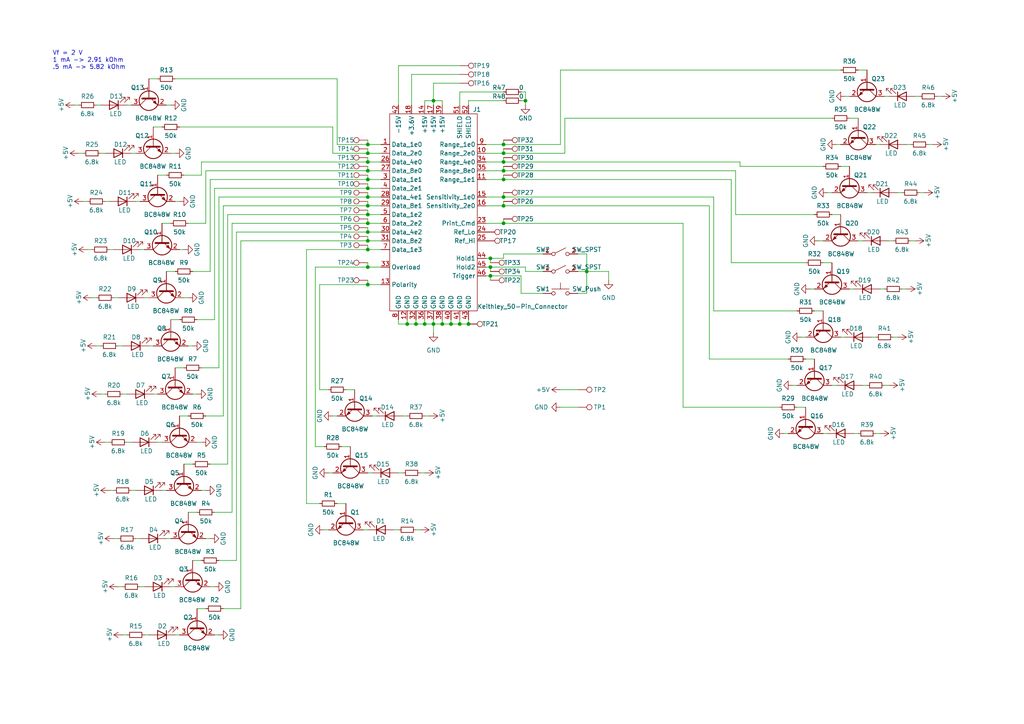
<source format=kicad_sch>
(kicad_sch (version 20211123) (generator eeschema)
  (paper "A4")
  (title_block (title "Keithley 615 50-Pin Test Board") (date "2023-01-21") (rev "1.1") (company "Peter Farley") (comment 1 "Rev 1.0: Initial revision") (comment 2 "Rev 1.1: Update connector footprint"))
  (junction (at 146.05 57.15))
  (junction (at 146.05 41.91))
  (junction (at 106.68 77.47))
  (junction (at 120.65 93.98))
  (junction (at 170.18 78.74))
  (junction (at 106.68 57.15))
  (junction (at 146.05 59.69))
  (junction (at 106.68 41.91))
  (junction (at 106.68 82.55))
  (junction (at 106.68 46.99))
  (junction (at 130.81 93.98))
  (junction (at 106.68 49.53))
  (junction (at 106.68 59.69))
  (junction (at 146.05 52.07))
  (junction (at 146.05 44.45))
  (junction (at 152.4 29.21))
  (junction (at 142.24 80.01))
  (junction (at 125.73 93.98))
  (junction (at 146.05 46.99))
  (junction (at 106.68 54.61))
  (junction (at 123.19 93.98))
  (junction (at 106.68 44.45))
  (junction (at 128.27 93.98))
  (junction (at 142.24 77.47))
  (junction (at 106.68 72.39))
  (junction (at 106.68 64.77))
  (junction (at 118.11 93.98))
  (junction (at 135.89 93.98))
  (junction (at 106.68 67.31))
  (junction (at 106.68 52.07))
  (junction (at 146.05 49.53))
  (junction (at 142.24 74.93))
  (junction (at 106.68 69.85))
  (junction (at 125.73 29.21))
  (junction (at 146.05 64.77))
  (junction (at 106.68 62.23))
  (junction (at 133.35 93.98))
  (wire (pts (xy 257.81 27.94) (xy 256.54 27.94)))
  (wire (pts (xy 146.05 49.53) (xy 140.97 49.53)))
  (wire (pts (xy 270.51 41.91) (xy 269.24 41.91)))
  (wire (pts (xy 167.64 78.74) (xy 170.18 78.74)))
  (wire (pts (xy 57.15 128.27) (xy 58.42 128.27)))
  (wire (pts (xy 236.22 104.14) (xy 233.68 104.14)))
  (wire (pts (xy 118.11 92.71) (xy 118.11 93.98)))
  (wire (pts (xy 146.05 74.93) (xy 142.24 74.93)))
  (wire (pts (xy 58.42 46.99) (xy 106.68 46.99)))
  (wire (pts (xy 58.42 106.68) (xy 63.5 106.68)))
  (wire (pts (xy 142.24 80.01) (xy 142.24 81.28)))
  (wire (pts (xy 142.24 77.47) (xy 142.24 78.74)))
  (wire (pts (xy 146.05 48.26) (xy 146.05 49.53)))
  (wire (pts (xy 115.57 93.98) (xy 115.57 92.71)))
  (wire (pts (xy 238.76 69.85) (xy 237.49 69.85)))
  (wire (pts (xy 48.26 30.48) (xy 49.53 30.48)))
  (wire (pts (xy 205.74 104.14) (xy 205.74 59.69)))
  (wire (pts (xy 41.91 184.15) (xy 43.18 184.15)))
  (wire (pts (xy 41.91 86.36) (xy 43.18 86.36)))
  (wire (pts (xy 49.53 170.18) (xy 50.8 170.18)))
  (wire (pts (xy 106.68 62.23) (xy 110.49 62.23)))
  (wire (pts (xy 240.03 125.73) (xy 238.76 125.73)))
  (wire (pts (xy 106.68 67.31) (xy 110.49 67.31)))
  (wire (pts (xy 59.69 120.65) (xy 64.77 120.65)))
  (wire (pts (xy 92.71 113.03) (xy 92.71 82.55)))
  (wire (pts (xy 125.73 29.21) (xy 125.73 30.48)))
  (wire (pts (xy 43.18 100.33) (xy 44.45 100.33)))
  (wire (pts (xy 162.56 113.03) (xy 167.64 113.03)))
  (wire (pts (xy 243.84 41.91) (xy 242.57 41.91)))
  (wire (pts (xy 54.61 148.59) (xy 57.15 148.59)))
  (wire (pts (xy 95.25 153.67) (xy 93.98 153.67)))
  (wire (pts (xy 25.4 72.39) (xy 26.67 72.39)))
  (wire (pts (xy 106.68 53.34) (xy 106.68 54.61)))
  (wire (pts (xy 106.68 55.88) (xy 106.68 57.15)))
  (wire (pts (xy 243.84 20.32) (xy 162.56 20.32)))
  (wire (pts (xy 67.31 64.77) (xy 106.68 64.77)))
  (wire (pts (xy 146.05 50.8) (xy 146.05 52.07)))
  (wire (pts (xy 40.64 72.39) (xy 41.91 72.39)))
  (wire (pts (xy 212.09 76.2) (xy 212.09 52.07)))
  (wire (pts (xy 62.23 184.15) (xy 63.5 184.15)))
  (wire (pts (xy 120.65 92.71) (xy 120.65 93.98)))
  (wire (pts (xy 27.94 100.33) (xy 29.21 100.33)))
  (wire (pts (xy 52.07 72.39) (xy 53.34 72.39)))
  (wire (pts (xy 125.73 24.13) (xy 125.73 29.21)))
  (wire (pts (xy 146.05 41.91) (xy 140.97 41.91)))
  (wire (pts (xy 106.68 54.61) (xy 110.49 54.61)))
  (wire (pts (xy 125.73 92.71) (xy 125.73 93.98)))
  (wire (pts (xy 118.11 93.98) (xy 115.57 93.98)))
  (wire (pts (xy 140.97 46.99) (xy 146.05 46.99)))
  (wire (pts (xy 30.48 58.42) (xy 31.75 58.42)))
  (wire (pts (xy 123.19 92.71) (xy 123.19 93.98)))
  (wire (pts (xy 96.52 36.83) (xy 96.52 44.45)))
  (wire (pts (xy 60.96 170.18) (xy 62.23 170.18)))
  (wire (pts (xy 29.21 44.45) (xy 30.48 44.45)))
  (wire (pts (xy 68.58 67.31) (xy 106.68 67.31)))
  (wire (pts (xy 247.65 83.82) (xy 246.38 83.82)))
  (wire (pts (xy 50.8 106.68) (xy 53.34 106.68)))
  (wire (pts (xy 146.05 46.99) (xy 214.63 46.99)))
  (wire (pts (xy 251.46 111.76) (xy 250.19 111.76)))
  (wire (pts (xy 21.59 30.48) (xy 22.86 30.48)))
  (wire (pts (xy 259.08 69.85) (xy 257.81 69.85)))
  (wire (pts (xy 35.56 184.15) (xy 36.83 184.15)))
  (wire (pts (xy 27.94 30.48) (xy 29.21 30.48)))
  (wire (pts (xy 233.68 76.2) (xy 212.09 76.2)))
  (wire (pts (xy 62.23 92.71) (xy 62.23 54.61)))
  (wire (pts (xy 124.46 120.65) (xy 123.19 120.65)))
  (wire (pts (xy 101.6 129.54) (xy 99.06 129.54)))
  (wire (pts (xy 198.12 64.77) (xy 146.05 64.77)))
  (wire (pts (xy 152.4 77.47) (xy 142.24 77.47)))
  (wire (pts (xy 266.7 27.94) (xy 265.43 27.94)))
  (wire (pts (xy 226.06 118.11) (xy 198.12 118.11)))
  (wire (pts (xy 95.25 113.03) (xy 92.71 113.03)))
  (wire (pts (xy 212.09 52.07) (xy 146.05 52.07)))
  (wire (pts (xy 125.73 29.21) (xy 128.27 29.21)))
  (wire (pts (xy 106.68 41.91) (xy 110.49 41.91)))
  (wire (pts (xy 205.74 59.69) (xy 146.05 59.69)))
  (wire (pts (xy 146.05 44.45) (xy 140.97 44.45)))
  (wire (pts (xy 236.22 83.82) (xy 234.95 83.82)))
  (wire (pts (xy 106.68 72.39) (xy 110.49 72.39)))
  (wire (pts (xy 44.45 36.83) (xy 46.99 36.83)))
  (wire (pts (xy 106.68 46.99) (xy 110.49 46.99)))
  (wire (pts (xy 121.92 153.67) (xy 120.65 153.67)))
  (wire (pts (xy 146.05 52.07) (xy 140.97 52.07)))
  (wire (pts (xy 231.14 111.76) (xy 229.87 111.76)))
  (wire (pts (xy 152.4 29.21) (xy 152.4 30.48)))
  (wire (pts (xy 106.68 153.67) (xy 105.41 153.67)))
  (wire (pts (xy 102.87 113.03) (xy 100.33 113.03)))
  (wire (pts (xy 53.34 134.62) (xy 55.88 134.62)))
  (wire (pts (xy 109.22 120.65) (xy 107.95 120.65)))
  (wire (pts (xy 60.96 78.74) (xy 60.96 52.07)))
  (wire (pts (xy 151.13 85.09) (xy 151.13 80.01)))
  (wire (pts (xy 106.68 60.96) (xy 106.68 62.23)))
  (wire (pts (xy 142.24 74.93) (xy 140.97 74.93)))
  (wire (pts (xy 53.34 86.36) (xy 54.61 86.36)))
  (wire (pts (xy 91.44 129.54) (xy 91.44 77.47)))
  (wire (pts (xy 115.57 19.05) (xy 115.57 30.48)))
  (wire (pts (xy 135.89 30.48) (xy 135.89 29.21)))
  (wire (pts (xy 236.22 62.23) (xy 213.36 62.23)))
  (wire (pts (xy 31.75 72.39) (xy 33.02 72.39)))
  (wire (pts (xy 152.4 26.67) (xy 152.4 29.21)))
  (wire (pts (xy 123.19 29.21) (xy 125.73 29.21)))
  (wire (pts (xy 228.6 104.14) (xy 205.74 104.14)))
  (wire (pts (xy 162.56 20.32) (xy 162.56 41.91)))
  (wire (pts (xy 106.68 64.77) (xy 110.49 64.77)))
  (wire (pts (xy 62.23 54.61) (xy 106.68 54.61)))
  (wire (pts (xy 133.35 92.71) (xy 133.35 93.98)))
  (wire (pts (xy 49.53 44.45) (xy 50.8 44.45)))
  (wire (pts (xy 130.81 93.98) (xy 128.27 93.98)))
  (wire (pts (xy 246.38 48.26) (xy 243.84 48.26)))
  (wire (pts (xy 125.73 24.13) (xy 133.35 24.13)))
  (wire (pts (xy 198.12 118.11) (xy 198.12 64.77)))
  (wire (pts (xy 123.19 93.98) (xy 120.65 93.98)))
  (wire (pts (xy 88.9 72.39) (xy 106.68 72.39)))
  (wire (pts (xy 176.53 78.74) (xy 170.18 78.74)))
  (wire (pts (xy 213.36 62.23) (xy 213.36 49.53)))
  (wire (pts (xy 170.18 78.74) (xy 170.18 73.66)))
  (wire (pts (xy 146.05 26.67) (xy 133.35 26.67)))
  (wire (pts (xy 170.18 85.09) (xy 170.18 78.74)))
  (wire (pts (xy 118.11 120.65) (xy 116.84 120.65)))
  (wire (pts (xy 106.68 57.15) (xy 110.49 57.15)))
  (wire (pts (xy 44.45 114.3) (xy 45.72 114.3)))
  (wire (pts (xy 157.48 85.09) (xy 151.13 85.09)))
  (wire (pts (xy 46.99 142.24) (xy 48.26 142.24)))
  (wire (pts (xy 39.37 156.21) (xy 40.64 156.21)))
  (wire (pts (xy 123.19 29.21) (xy 123.19 30.48)))
  (wire (pts (xy 146.05 73.66) (xy 146.05 74.93)))
  (wire (pts (xy 58.42 142.24) (xy 59.69 142.24)))
  (wire (pts (xy 54.61 64.77) (xy 59.69 64.77)))
  (wire (pts (xy 106.68 66.04) (xy 106.68 67.31)))
  (wire (pts (xy 133.35 19.05) (xy 115.57 19.05)))
  (wire (pts (xy 250.19 69.85) (xy 248.92 69.85)))
  (wire (pts (xy 100.33 146.05) (xy 97.79 146.05)))
  (wire (pts (xy 106.68 49.53) (xy 110.49 49.53)))
  (wire (pts (xy 62.23 148.59) (xy 67.31 148.59)))
  (wire (pts (xy 248.92 34.29) (xy 246.38 34.29)))
  (wire (pts (xy 33.02 156.21) (xy 34.29 156.21)))
  (wire (pts (xy 163.83 44.45) (xy 146.05 44.45)))
  (wire (pts (xy 69.85 176.53) (xy 69.85 69.85)))
  (wire (pts (xy 106.68 40.64) (xy 106.68 41.91)))
  (wire (pts (xy 106.68 45.72) (xy 106.68 46.99)))
  (wire (pts (xy 35.56 114.3) (xy 36.83 114.3)))
  (wire (pts (xy 255.27 41.91) (xy 254 41.91)))
  (wire (pts (xy 34.29 170.18) (xy 35.56 170.18)))
  (wire (pts (xy 50.8 22.86) (xy 97.79 22.86)))
  (wire (pts (xy 68.58 162.56) (xy 68.58 67.31)))
  (wire (pts (xy 64.77 176.53) (xy 69.85 176.53)))
  (wire (pts (xy 214.63 46.99) (xy 214.63 48.26)))
  (wire (pts (xy 241.3 55.88) (xy 240.03 55.88)))
  (wire (pts (xy 231.14 90.17) (xy 207.01 90.17)))
  (wire (pts (xy 106.68 44.45) (xy 110.49 44.45)))
  (wire (pts (xy 55.88 78.74) (xy 60.96 78.74)))
  (wire (pts (xy 59.69 49.53) (xy 106.68 49.53)))
  (wire (pts (xy 238.76 90.17) (xy 236.22 90.17)))
  (wire (pts (xy 251.46 20.32) (xy 248.92 20.32)))
  (wire (pts (xy 157.48 78.74) (xy 152.4 78.74)))
  (wire (pts (xy 69.85 69.85) (xy 106.68 69.85)))
  (wire (pts (xy 265.43 69.85) (xy 264.16 69.85)))
  (wire (pts (xy 267.97 55.88) (xy 266.7 55.88)))
  (wire (pts (xy 48.26 156.21) (xy 49.53 156.21)))
  (wire (pts (xy 66.04 62.23) (xy 106.68 62.23)))
  (wire (pts (xy 146.05 43.18) (xy 146.05 44.45)))
  (wire (pts (xy 176.53 81.28) (xy 176.53 78.74)))
  (wire (pts (xy 26.67 86.36) (xy 27.94 86.36)))
  (wire (pts (xy 256.54 83.82) (xy 255.27 83.82)))
  (wire (pts (xy 246.38 27.94) (xy 245.11 27.94)))
  (wire (pts (xy 233.68 118.11) (xy 231.14 118.11)))
  (wire (pts (xy 64.77 120.65) (xy 64.77 59.69)))
  (wire (pts (xy 50.8 184.15) (xy 52.07 184.15)))
  (wire (pts (xy 106.68 52.07) (xy 110.49 52.07)))
  (wire (pts (xy 91.44 77.47) (xy 106.68 77.47)))
  (wire (pts (xy 106.68 71.12) (xy 106.68 72.39)))
  (wire (pts (xy 142.24 74.93) (xy 142.24 76.2)))
  (wire (pts (xy 24.13 58.42) (xy 25.4 58.42)))
  (wire (pts (xy 262.89 83.82) (xy 261.62 83.82)))
  (wire (pts (xy 146.05 58.42) (xy 146.05 59.69)))
  (wire (pts (xy 146.05 55.88) (xy 146.05 57.15)))
  (wire (pts (xy 29.21 114.3) (xy 30.48 114.3)))
  (wire (pts (xy 233.68 97.79) (xy 232.41 97.79)))
  (wire (pts (xy 243.84 62.23) (xy 241.3 62.23)))
  (wire (pts (xy 135.89 29.21) (xy 146.05 29.21)))
  (wire (pts (xy 63.5 106.68) (xy 63.5 57.15)))
  (wire (pts (xy 97.79 41.91) (xy 106.68 41.91)))
  (wire (pts (xy 261.62 55.88) (xy 260.35 55.88)))
  (wire (pts (xy 30.48 128.27) (xy 31.75 128.27)))
  (wire (pts (xy 55.88 114.3) (xy 57.15 114.3)))
  (wire (pts (xy 106.68 77.47) (xy 110.49 77.47)))
  (wire (pts (xy 207.01 57.15) (xy 146.05 57.15)))
  (wire (pts (xy 146.05 64.77) (xy 140.97 64.77)))
  (wire (pts (xy 130.81 92.71) (xy 130.81 93.98)))
  (wire (pts (xy 52.07 120.65) (xy 54.61 120.65)))
  (wire (pts (xy 107.95 137.16) (xy 106.68 137.16)))
  (wire (pts (xy 241.3 76.2) (xy 238.76 76.2)))
  (wire (pts (xy 106.68 82.55) (xy 110.49 82.55)))
  (wire (pts (xy 241.3 34.29) (xy 163.83 34.29)))
  (wire (pts (xy 45.72 50.8) (xy 48.26 50.8)))
  (wire (pts (xy 64.77 59.69) (xy 106.68 59.69)))
  (wire (pts (xy 88.9 146.05) (xy 88.9 72.39)))
  (wire (pts (xy 151.13 26.67) (xy 152.4 26.67)))
  (wire (pts (xy 273.05 27.94) (xy 271.78 27.94)))
  (wire (pts (xy 66.04 134.62) (xy 66.04 62.23)))
  (wire (pts (xy 67.31 148.59) (xy 67.31 64.77)))
  (wire (pts (xy 33.02 86.36) (xy 34.29 86.36)))
  (wire (pts (xy 213.36 49.53) (xy 146.05 49.53)))
  (wire (pts (xy 106.68 43.18) (xy 106.68 44.45)))
  (wire (pts (xy 59.69 64.77) (xy 59.69 49.53)))
  (wire (pts (xy 142.24 80.01) (xy 140.97 80.01)))
  (wire (pts (xy 115.57 153.67) (xy 114.3 153.67)))
  (wire (pts (xy 63.5 57.15) (xy 106.68 57.15)))
  (wire (pts (xy 254 97.79) (xy 252.73 97.79)))
  (wire (pts (xy 119.38 21.59) (xy 119.38 30.48)))
  (wire (pts (xy 116.84 137.16) (xy 115.57 137.16)))
  (wire (pts (xy 63.5 162.56) (xy 68.58 162.56)))
  (wire (pts (xy 40.64 170.18) (xy 41.91 170.18)))
  (wire (pts (xy 128.27 92.71) (xy 128.27 93.98)))
  (wire (pts (xy 255.27 125.73) (xy 254 125.73)))
  (wire (pts (xy 162.56 41.91) (xy 146.05 41.91)))
  (wire (pts (xy 106.68 68.58) (xy 106.68 69.85)))
  (wire (pts (xy 92.71 146.05) (xy 88.9 146.05)))
  (wire (pts (xy 163.83 34.29) (xy 163.83 44.45)))
  (wire (pts (xy 48.26 78.74) (xy 50.8 78.74)))
  (wire (pts (xy 133.35 21.59) (xy 119.38 21.59)))
  (wire (pts (xy 34.29 100.33) (xy 35.56 100.33)))
  (wire (pts (xy 50.8 58.42) (xy 52.07 58.42)))
  (wire (pts (xy 242.57 111.76) (xy 241.3 111.76)))
  (wire (pts (xy 146.05 45.72) (xy 146.05 46.99)))
  (wire (pts (xy 106.68 76.2) (xy 106.68 77.47)))
  (wire (pts (xy 146.05 59.69) (xy 140.97 59.69)))
  (wire (pts (xy 146.05 63.5) (xy 146.05 64.77)))
  (wire (pts (xy 123.19 137.16) (xy 121.92 137.16)))
  (wire (pts (xy 58.42 50.8) (xy 58.42 46.99)))
  (wire (pts (xy 162.56 118.11) (xy 167.64 118.11)))
  (wire (pts (xy 97.79 22.86) (xy 97.79 41.91)))
  (wire (pts (xy 45.72 128.27) (xy 46.99 128.27)))
  (wire (pts (xy 146.05 40.64) (xy 146.05 41.91)))
  (wire (pts (xy 53.34 50.8) (xy 58.42 50.8)))
  (wire (pts (xy 214.63 48.26) (xy 238.76 48.26)))
  (wire (pts (xy 60.96 52.07) (xy 106.68 52.07)))
  (wire (pts (xy 57.15 176.53) (xy 59.69 176.53)))
  (wire (pts (xy 106.68 48.26) (xy 106.68 49.53)))
  (wire (pts (xy 128.27 93.98) (xy 125.73 93.98)))
  (wire (pts (xy 97.79 120.65) (xy 96.52 120.65)))
  (wire (pts (xy 248.92 125.73) (xy 247.65 125.73)))
  (wire (pts (xy 135.89 93.98) (xy 133.35 93.98)))
  (wire (pts (xy 49.53 92.71) (xy 52.07 92.71)))
  (wire (pts (xy 22.86 44.45) (xy 24.13 44.45)))
  (wire (pts (xy 92.71 82.55) (xy 106.68 82.55)))
  (wire (pts (xy 260.35 97.79) (xy 259.08 97.79)))
  (wire (pts (xy 120.65 93.98) (xy 118.11 93.98)))
  (wire (pts (xy 52.07 36.83) (xy 96.52 36.83)))
  (wire (pts (xy 106.68 63.5) (xy 106.68 64.77)))
  (wire (pts (xy 125.73 93.98) (xy 125.73 96.52)))
  (wire (pts (xy 133.35 93.98) (xy 130.81 93.98)))
  (wire (pts (xy 252.73 55.88) (xy 251.46 55.88)))
  (wire (pts (xy 60.96 134.62) (xy 66.04 134.62)))
  (wire (pts (xy 93.98 129.54) (xy 91.44 129.54)))
  (wire (pts (xy 133.35 26.67) (xy 133.35 30.48)))
  (wire (pts (xy 106.68 59.69) (xy 110.49 59.69)))
  (wire (pts (xy 106.68 69.85) (xy 110.49 69.85)))
  (wire (pts (xy 128.27 29.21) (xy 128.27 30.48)))
  (wire (pts (xy 39.37 58.42) (xy 40.64 58.42)))
  (wire (pts (xy 59.69 156.21) (xy 60.96 156.21)))
  (wire (pts (xy 146.05 57.15) (xy 140.97 57.15)))
  (wire (pts (xy 151.13 80.01) (xy 142.24 80.01)))
  (wire (pts (xy 36.83 128.27) (xy 38.1 128.27)))
  (wire (pts (xy 135.89 92.71) (xy 135.89 93.98)))
  (wire (pts (xy 55.88 162.56) (xy 58.42 162.56)))
  (wire (pts (xy 228.6 125.73) (xy 227.33 125.73)))
  (wire (pts (xy 106.68 58.42) (xy 106.68 59.69)))
  (wire (pts (xy 54.61 100.33) (xy 55.88 100.33)))
  (wire (pts (xy 43.18 22.86) (xy 45.72 22.86)))
  (wire (pts (xy 38.1 142.24) (xy 39.37 142.24)))
  (wire (pts (xy 46.99 64.77) (xy 49.53 64.77)))
  (wire (pts (xy 157.48 73.66) (xy 146.05 73.66)))
  (wire (pts (xy 152.4 78.74) (xy 152.4 77.47)))
  (wire (pts (xy 96.52 137.16) (xy 95.25 137.16)))
  (wire (pts (xy 125.73 93.98) (xy 123.19 93.98)))
  (wire (pts (xy 207.01 90.17) (xy 207.01 57.15)))
  (wire (pts (xy 151.13 29.21) (xy 152.4 29.21)))
  (wire (pts (xy 57.15 92.71) (xy 62.23 92.71)))
  (wire (pts (xy 106.68 50.8) (xy 106.68 52.07)))
  (wire (pts (xy 38.1 44.45) (xy 39.37 44.45)))
  (wire (pts (xy 106.68 81.28) (xy 106.68 82.55)))
  (wire (pts (xy 264.16 41.91) (xy 262.89 41.91)))
  (wire (pts (xy 142.24 77.47) (xy 140.97 77.47)))
  (wire (pts (xy 31.75 142.24) (xy 33.02 142.24)))
  (wire (pts (xy 245.11 97.79) (xy 243.84 97.79)))
  (wire (pts (xy 167.64 85.09) (xy 170.18 85.09)))
  (wire (pts (xy 36.83 30.48) (xy 38.1 30.48)))
  (wire (pts (xy 170.18 73.66) (xy 167.64 73.66)))
  (wire (pts (xy 257.81 111.76) (xy 256.54 111.76)))
  (wire (pts (xy 96.52 44.45) (xy 106.68 44.45)))
  (text "Vf = 2 V\n1 mA -> 2.91 kOhm\n.5 mA -> 5.82 kOhm" (at 15.24 20.32 0) (effects (font (size 1.27 1.27)) (justify left bottom)))
  (symbol (lib_id "Transistor_BJT:BC848W") (at 45.72 55.88 90) (mirror x) (unit 1)
    (property "Reference" "Q11" (at 44.45 53.34 90) (effects (justify left)))
    (property "Value" "BC848W" (at 49.53 62.23 90) (effects (justify left)))
    (property "Footprint" "Package_TO_SOT_SMD:SOT-323_SC-70" (effects hide))
    (property "Datasheet" "http://www.infineon.com/dgdl/Infineon-BC847SERIES_BC848SERIES_BC849SERIES_BC850SERIES-DS-v01_01-en.pdf?fileId=db3a304314dca389011541d4630a1657" (effects hide))
  )
  (symbol (lib_id "Transistor_BJT:BC848W") (at 53.34 139.7 90) (mirror x) (unit 1)
    (property "Reference" "Q5" (at 52.07 137.16 90) (effects (justify left)))
    (property "Value" "BC848W" (at 57.15 146.05 90) (effects (justify left)))
    (property "Footprint" "Package_TO_SOT_SMD:SOT-323_SC-70" (effects hide))
    (property "Datasheet" "http://www.infineon.com/dgdl/Infineon-BC847SERIES_BC848SERIES_BC849SERIES_BC850SERIES-DS-v01_01-en.pdf?fileId=db3a304314dca389011541d4630a1657" (effects hide))
  )
  (symbol (lib_id "Device:LED") (at 113.03 120.65 0) (mirror x) (unit 1)
    (property "Reference" "D14" (at 114.3 118.11 0) (effects (justify right)))
    (property "Value" "LED" (at 114.3 123.19 0) (effects (justify right)))
    (property "Footprint" "LED_SMD:LED_0603_1608Metric" (effects hide))
  )
  (symbol (lib_id "Device:LED") (at 110.49 153.67 0) (mirror x) (unit 1)
    (property "Reference" "D1" (at 111.76 151.13 0) (effects (justify right)))
    (property "Value" "LED" (at 111.76 156.21 0) (effects (justify right)))
    (property "Footprint" "LED_SMD:LED_0603_1608Metric" (effects hide))
  )
  (symbol (lib_id "Connector:TestPoint") (at 142.24 78.74 270) (mirror x) (unit 1) (in_bom no)
    (property "Reference" "TP34" (at 148.59 78.74 90))
    (property "Value" "TestPoint" (effects hide))
    (property "Footprint" "TestPoint:TestPoint_THTPad_2.0x2.0mm_Drill1.0mm" (effects hide))
  )
  (symbol (lib_id "Device:R_Small") (at 59.69 148.59 90) (unit 1)
    (property "Reference" "R4" (at 59.69 146.05 90))
    (property "Value" "50k" (at 59.69 151.13 90))
    (property "Footprint" "Resistor_SMD:R_0603_1608Metric" (effects hide))
  )
  (symbol (lib_id "power:+5V") (at 124.46 120.65 270) (mirror x) (unit 1)
    (property "Reference" "#PWR0127" (effects hide))
    (property "Value" "+5V" (at 128.27 120.65 0))
  )
  (symbol (lib_id "Transistor_BJT:BC848W") (at 243.84 67.31 270) (unit 1)
    (property "Reference" "Q20" (at 245.11 64.77 90) (effects (justify left)))
    (property "Value" "BC848W" (at 240.03 73.66 90) (effects (justify left)))
    (property "Footprint" "Package_TO_SOT_SMD:SOT-323_SC-70" (effects hide))
    (property "Datasheet" "http://www.infineon.com/dgdl/Infineon-BC847SERIES_BC848SERIES_BC849SERIES_BC850SERIES-DS-v01_01-en.pdf?fileId=db3a304314dca389011541d4630a1657" (effects hide))
  )
  (symbol (lib_id "Device:R_Small") (at 233.68 90.17 270) (mirror x) (unit 1)
    (property "Reference" "R31" (at 233.68 87.63 90))
    (property "Value" "50k" (at 233.68 92.71 90))
    (property "Footprint" "Resistor_SMD:R_0603_1608Metric" (effects hide))
  )
  (symbol (lib_id "power:+5V") (at 265.43 69.85 270) (mirror x) (unit 1)
    (property "Reference" "#PWR0136" (effects hide))
    (property "Value" "+5V" (at 269.24 69.85 0))
  )
  (symbol (lib_id "Device:LED") (at 44.45 156.21 180) (unit 1)
    (property "Reference" "D4" (at 43.18 153.67 0) (effects (justify right)))
    (property "Value" "LED" (at 43.18 158.75 0) (effects (justify right)))
    (property "Footprint" "LED_SMD:LED_0603_1608Metric" (effects hide))
  )
  (symbol (lib_id "Device:LED") (at 256.54 55.88 0) (mirror x) (unit 1)
    (property "Reference" "D21" (at 257.81 53.34 0) (effects (justify right)))
    (property "Value" "LED" (at 257.81 58.42 0) (effects (justify right)))
    (property "Footprint" "LED_SMD:LED_0603_1608Metric" (effects hide))
  )
  (symbol (lib_id "Transistor_BJT:BC848W") (at 238.76 95.25 270) (unit 1)
    (property "Reference" "Q18" (at 240.03 92.71 90) (effects (justify left)))
    (property "Value" "BC848W" (at 234.95 101.6 90) (effects (justify left)))
    (property "Footprint" "Package_TO_SOT_SMD:SOT-323_SC-70" (effects hide))
    (property "Datasheet" "http://www.infineon.com/dgdl/Infineon-BC847SERIES_BC848SERIES_BC849SERIES_BC850SERIES-DS-v01_01-en.pdf?fileId=db3a304314dca389011541d4630a1657" (effects hide))
  )
  (symbol (lib_id "Device:R_Small") (at 148.59 26.67 90) (unit 1)
    (property "Reference" "R47" (at 146.685 25.4 90) (effects (justify left)))
    (property "Value" "0" (at 150.495 25.4 90) (effects (justify right)))
    (property "Footprint" "Resistor_SMD:R_0603_1608Metric" (effects hide))
  )
  (symbol (lib_id "Device:LED") (at 251.46 83.82 0) (mirror x) (unit 1)
    (property "Reference" "D19" (at 252.73 81.28 0) (effects (justify right)))
    (property "Value" "LED" (at 252.73 86.36 0) (effects (justify right)))
    (property "Footprint" "LED_SMD:LED_0603_1608Metric" (effects hide))
  )
  (symbol (lib_id "Transistor_BJT:BC848W") (at 251.46 25.4 270) (unit 1)
    (property "Reference" "Q23" (at 252.73 22.86 90) (effects (justify left)))
    (property "Value" "BC848W" (at 247.65 31.75 90) (effects (justify left)))
    (property "Footprint" "Package_TO_SOT_SMD:SOT-323_SC-70" (effects hide))
    (property "Datasheet" "http://www.infineon.com/dgdl/Infineon-BC847SERIES_BC848SERIES_BC849SERIES_BC850SERIES-DS-v01_01-en.pdf?fileId=db3a304314dca389011541d4630a1657" (effects hide))
  )
  (symbol (lib_id "Transistor_BJT:BC848W") (at 43.18 27.94 90) (mirror x) (unit 1)
    (property "Reference" "Q13" (at 41.91 25.4 90) (effects (justify left)))
    (property "Value" "BC848W" (at 46.99 34.29 90) (effects (justify left)))
    (property "Footprint" "Package_TO_SOT_SMD:SOT-323_SC-70" (effects hide))
    (property "Datasheet" "http://www.infineon.com/dgdl/Infineon-BC847SERIES_BC848SERIES_BC849SERIES_BC850SERIES-DS-v01_01-en.pdf?fileId=db3a304314dca389011541d4630a1657" (effects hide))
  )
  (symbol (lib_id "Connector:TestPoint") (at 133.35 24.13 270) (mirror x) (unit 1) (in_bom no)
    (property "Reference" "TP16" (at 139.7 24.13 90))
    (property "Value" "TestPoint" (effects hide))
    (property "Footprint" "TestPoint:TestPoint_THTPad_2.0x2.0mm_Drill1.0mm" (effects hide))
  )
  (symbol (lib_id "power:+5V") (at 29.21 114.3 90) (unit 1)
    (property "Reference" "#PWR0113" (effects hide))
    (property "Value" "+5V" (at 25.4 114.3 0))
  )
  (symbol (lib_id "Connector:TestPoint") (at 106.68 48.26 90) (unit 1) (in_bom no)
    (property "Reference" "TP12" (at 100.33 48.26 90))
    (property "Value" "TestPoint" (effects hide))
    (property "Footprint" "TestPoint:TestPoint_THTPad_2.0x2.0mm_Drill1.0mm" (effects hide))
  )
  (symbol (lib_id "Device:R_Small") (at 49.53 36.83 90) (unit 1)
    (property "Reference" "R12" (at 49.53 34.29 90))
    (property "Value" "50k" (at 49.53 39.37 90))
    (property "Footprint" "Resistor_SMD:R_0603_1608Metric" (effects hide))
  )
  (symbol (lib_id "power:+5V") (at 31.75 142.24 90) (unit 1)
    (property "Reference" "#PWR0104" (effects hide))
    (property "Value" "+5V" (at 27.94 142.24 0))
  )
  (symbol (lib_id "Connector:TestPoint") (at 106.68 50.8 90) (unit 1) (in_bom no)
    (property "Reference" "TP11" (at 100.33 50.8 90))
    (property "Value" "TestPoint" (effects hide))
    (property "Footprint" "TestPoint:TestPoint_THTPad_2.0x2.0mm_Drill1.0mm" (effects hide))
  )
  (symbol (lib_id "lib_symbols:Keithley_50-Pin_Connector") (at 125.73 33.02 0) (unit 1)
    (property "Reference" "J1" (at 137.16 31.75 0) (effects (justify left)))
    (property "Value" "Keithley_50-Pin_Connector" (at 138.43 88.9 0) (effects (justify left)))
    (property "Footprint" "footprints:NorComp_112-050-213R001" (effects hide))
  )
  (symbol (lib_id "Connector:TestPoint") (at 106.68 63.5 90) (unit 1) (in_bom no)
    (property "Reference" "TP6" (at 100.33 63.5 90))
    (property "Value" "TestPoint" (effects hide))
    (property "Footprint" "TestPoint:TestPoint_THTPad_2.0x2.0mm_Drill1.0mm" (effects hide))
  )
  (symbol (lib_id "Device:R_Small") (at 238.76 62.23 270) (mirror x) (unit 1)
    (property "Reference" "R33" (at 238.76 59.69 90))
    (property "Value" "50k" (at 238.76 64.77 90))
    (property "Footprint" "Resistor_SMD:R_0603_1608Metric" (effects hide))
  )
  (symbol (lib_id "power:GND") (at 53.34 72.39 90) (unit 1)
    (property "Reference" "#PWR0116" (effects hide))
    (property "Value" "GND" (at 57.15 72.39 0))
  )
  (symbol (lib_id "Device:LED") (at 254 69.85 0) (mirror x) (unit 1)
    (property "Reference" "D20" (at 255.27 67.31 0) (effects (justify right)))
    (property "Value" "LED" (at 255.27 72.39 0) (effects (justify right)))
    (property "Footprint" "LED_SMD:LED_0603_1608Metric" (effects hide))
  )
  (symbol (lib_id "Device:R_Small") (at 148.59 29.21 90) (unit 1)
    (property "Reference" "R48" (at 146.685 27.94 90) (effects (justify left)))
    (property "Value" "0" (at 150.495 27.94 90) (effects (justify right)))
    (property "Footprint" "Resistor_SMD:R_0603_1608Metric" (effects hide))
  )
  (symbol (lib_id "power:+5V") (at 162.56 113.03 90) (unit 1)
    (property "Reference" "#PWR0143" (effects hide))
    (property "Value" "+5V" (at 157.48 113.03 90))
  )
  (symbol (lib_id "power:+5V") (at 24.13 58.42 90) (unit 1)
    (property "Reference" "#PWR0101" (effects hide))
    (property "Value" "+5V" (at 20.32 58.42 0))
  )
  (symbol (lib_id "Device:R_Small") (at 35.56 142.24 90) (unit 1)
    (property "Reference" "R18" (at 35.56 139.7 90))
    (property "Value" "6.8k" (at 35.56 144.78 90))
    (property "Footprint" "Resistor_SMD:R_0603_1608Metric" (effects hide))
  )
  (symbol (lib_id "power:+5V") (at 121.92 153.67 270) (mirror x) (unit 1)
    (property "Reference" "#PWR0121" (effects hide))
    (property "Value" "+5V" (at 125.73 153.67 0))
  )
  (symbol (lib_id "power:GND") (at 55.88 100.33 90) (unit 1)
    (property "Reference" "#PWR0120" (effects hide))
    (property "Value" "GND" (at 59.69 100.33 0))
  )
  (symbol (lib_id "Connector:TestPoint") (at 106.68 60.96 90) (unit 1) (in_bom no)
    (property "Reference" "TP7" (at 100.33 60.96 90))
    (property "Value" "TestPoint" (effects hide))
    (property "Footprint" "TestPoint:TestPoint_THTPad_2.0x2.0mm_Drill1.0mm" (effects hide))
  )
  (symbol (lib_id "Device:R_Small") (at 53.34 78.74 90) (unit 1)
    (property "Reference" "R9" (at 53.34 76.2 90))
    (property "Value" "50k" (at 53.34 81.28 90))
    (property "Footprint" "Resistor_SMD:R_0603_1608Metric" (effects hide))
  )
  (symbol (lib_id "Transistor_BJT:BC848W") (at 52.07 125.73 90) (mirror x) (unit 1)
    (property "Reference" "Q6" (at 50.8 123.19 90) (effects (justify left)))
    (property "Value" "BC848W" (at 55.88 132.08 90) (effects (justify left)))
    (property "Footprint" "Package_TO_SOT_SMD:SOT-323_SC-70" (effects hide))
    (property "Datasheet" "http://www.infineon.com/dgdl/Infineon-BC847SERIES_BC848SERIES_BC849SERIES_BC850SERIES-DS-v01_01-en.pdf?fileId=db3a304314dca389011541d4630a1657" (effects hide))
  )
  (symbol (lib_id "Device:LED") (at 243.84 125.73 0) (mirror x) (unit 1)
    (property "Reference" "D16" (at 245.11 123.19 0) (effects (justify right)))
    (property "Value" "LED" (at 245.11 128.27 0) (effects (justify right)))
    (property "Footprint" "LED_SMD:LED_0603_1608Metric" (effects hide))
  )
  (symbol (lib_id "Connector:TestPoint") (at 106.68 58.42 90) (unit 1) (in_bom no)
    (property "Reference" "TP8" (at 100.33 58.42 90))
    (property "Value" "TestPoint" (effects hide))
    (property "Footprint" "TestPoint:TestPoint_THTPad_2.0x2.0mm_Drill1.0mm" (effects hide))
  )
  (symbol (lib_id "Transistor_BJT:BC848W") (at 101.6 134.62 270) (unit 1)
    (property "Reference" "Q15" (at 102.87 132.08 90) (effects (justify left)))
    (property "Value" "BC848W" (at 97.79 140.97 90) (effects (justify left)))
    (property "Footprint" "Package_TO_SOT_SMD:SOT-323_SC-70" (effects hide))
    (property "Datasheet" "http://www.infineon.com/dgdl/Infineon-BC847SERIES_BC848SERIES_BC849SERIES_BC850SERIES-DS-v01_01-en.pdf?fileId=db3a304314dca389011541d4630a1657" (effects hide))
  )
  (symbol (lib_id "power:+5V") (at 30.48 128.27 90) (unit 1)
    (property "Reference" "#PWR0105" (effects hide))
    (property "Value" "+5V" (at 26.67 128.27 0))
  )
  (symbol (lib_id "power:GND") (at 62.23 170.18 90) (unit 1)
    (property "Reference" "#PWR0110" (effects hide))
    (property "Value" "GND" (at 66.04 170.18 0))
  )
  (symbol (lib_id "power:GND") (at 57.15 114.3 90) (unit 1)
    (property "Reference" "#PWR0122" (effects hide))
    (property "Value" "GND" (at 60.96 114.3 0))
  )
  (symbol (lib_id "Connector:TestPoint") (at 135.89 93.98 270) (mirror x) (unit 1) (in_bom no)
    (property "Reference" "TP21" (at 142.24 93.98 90))
    (property "Value" "TestPoint" (effects hide))
    (property "Footprint" "TestPoint:TestPoint_THTPad_2.0x2.0mm_Drill1.0mm" (effects hide))
  )
  (symbol (lib_id "Device:R_Small") (at 29.21 72.39 90) (unit 1)
    (property "Reference" "R23" (at 29.21 69.85 90))
    (property "Value" "6.8k" (at 29.21 74.93 90))
    (property "Footprint" "Resistor_SMD:R_0603_1608Metric" (effects hide))
  )
  (symbol (lib_id "Device:LED") (at 38.1 86.36 180) (unit 1)
    (property "Reference" "D9" (at 36.83 83.82 0) (effects (justify right)))
    (property "Value" "LED" (at 36.83 88.9 0) (effects (justify right)))
    (property "Footprint" "LED_SMD:LED_0603_1608Metric" (effects hide))
  )
  (symbol (lib_id "Device:LED") (at 40.64 114.3 180) (unit 1)
    (property "Reference" "D7" (at 39.37 111.76 0) (effects (justify right)))
    (property "Value" "LED" (at 39.37 116.84 0) (effects (justify right)))
    (property "Footprint" "LED_SMD:LED_0603_1608Metric" (effects hide))
  )
  (symbol (lib_id "Connector:TestPoint") (at 146.05 45.72 270) (mirror x) (unit 1) (in_bom no)
    (property "Reference" "TP30" (at 152.4 45.72 90))
    (property "Value" "TestPoint" (effects hide))
    (property "Footprint" "TestPoint:TestPoint_THTPad_2.0x2.0mm_Drill1.0mm" (effects hide))
  )
  (symbol (lib_id "Connector:TestPoint") (at 146.05 40.64 270) (mirror x) (unit 1) (in_bom no)
    (property "Reference" "TP32" (at 152.4 40.64 90))
    (property "Value" "TestPoint" (effects hide))
    (property "Footprint" "TestPoint:TestPoint_THTPad_2.0x2.0mm_Drill1.0mm" (effects hide))
  )
  (symbol (lib_id "Device:R_Small") (at 27.94 58.42 90) (unit 1)
    (property "Reference" "R24" (at 27.94 55.88 90))
    (property "Value" "6.8k" (at 27.94 60.96 90))
    (property "Footprint" "Resistor_SMD:R_0603_1608Metric" (effects hide))
  )
  (symbol (lib_id "Device:R_Small") (at 256.54 97.79 270) (mirror x) (unit 1)
    (property "Reference" "R41" (at 256.54 95.25 90))
    (property "Value" "6.8k" (at 256.54 100.33 90))
    (property "Footprint" "Resistor_SMD:R_0603_1608Metric" (effects hide))
  )
  (symbol (lib_id "Connector:TestPoint") (at 142.24 76.2 270) (mirror x) (unit 1) (in_bom no)
    (property "Reference" "TP33" (at 148.59 76.2 90))
    (property "Value" "TestPoint" (effects hide))
    (property "Footprint" "TestPoint:TestPoint_THTPad_2.0x2.0mm_Drill1.0mm" (effects hide))
  )
  (symbol (lib_id "power:GND") (at 60.96 156.21 90) (unit 1)
    (property "Reference" "#PWR0126" (effects hide))
    (property "Value" "GND" (at 64.77 156.21 0))
  )
  (symbol (lib_id "Connector:TestPoint") (at 146.05 55.88 270) (mirror x) (unit 1) (in_bom no)
    (property "Reference" "TP27" (at 152.4 55.88 90))
    (property "Value" "TestPoint" (effects hide))
    (property "Footprint" "TestPoint:TestPoint_THTPad_2.0x2.0mm_Drill1.0mm" (effects hide))
  )
  (symbol (lib_id "Connector:TestPoint") (at 146.05 48.26 270) (mirror x) (unit 1) (in_bom no)
    (property "Reference" "TP29" (at 152.4 48.26 90))
    (property "Value" "TestPoint" (effects hide))
    (property "Footprint" "TestPoint:TestPoint_THTPad_2.0x2.0mm_Drill1.0mm" (effects hide))
  )
  (symbol (lib_id "Transistor_BJT:BC848W") (at 49.53 97.79 90) (mirror x) (unit 1)
    (property "Reference" "Q8" (at 48.26 95.25 90) (effects (justify left)))
    (property "Value" "BC848W" (at 53.34 104.14 90) (effects (justify left)))
    (property "Footprint" "Package_TO_SOT_SMD:SOT-323_SC-70" (effects hide))
    (property "Datasheet" "http://www.infineon.com/dgdl/Infineon-BC847SERIES_BC848SERIES_BC849SERIES_BC850SERIES-DS-v01_01-en.pdf?fileId=db3a304314dca389011541d4630a1657" (effects hide))
  )
  (symbol (lib_id "Switch:SW_SPST") (at 162.56 78.74 0) (unit 1)
    (property "Reference" "SW3" (at 157.48 77.47 0))
    (property "Value" "SW_SPST" (at 170.18 77.47 0))
    (property "Footprint" "Button_Switch_SMD:SW_SPDT_CK-JS102011SAQN" (effects hide))
  )
  (symbol (lib_id "Device:LED") (at 46.99 184.15 180) (unit 1)
    (property "Reference" "D2" (at 45.72 181.61 0) (effects (justify right)))
    (property "Value" "LED" (at 45.72 186.69 0) (effects (justify right)))
    (property "Footprint" "LED_SMD:LED_0603_1608Metric" (effects hide))
  )
  (symbol (lib_id "Connector:TestPoint") (at 146.05 43.18 270) (mirror x) (unit 1) (in_bom no)
    (property "Reference" "TP31" (at 152.4 43.18 90))
    (property "Value" "TestPoint" (effects hide))
    (property "Footprint" "TestPoint:TestPoint_THTPad_2.0x2.0mm_Drill1.0mm" (effects hide))
  )
  (symbol (lib_id "power:+5V") (at 26.67 86.36 90) (unit 1)
    (property "Reference" "#PWR0114" (effects hide))
    (property "Value" "+5V" (at 22.86 86.36 0))
  )
  (symbol (lib_id "Connector:TestPoint") (at 146.05 50.8 270) (mirror x) (unit 1) (in_bom no)
    (property "Reference" "TP28" (at 152.4 50.8 90))
    (property "Value" "TestPoint" (effects hide))
    (property "Footprint" "TestPoint:TestPoint_THTPad_2.0x2.0mm_Drill1.0mm" (effects hide))
  )
  (symbol (lib_id "Connector:TestPoint") (at 146.05 58.42 270) (mirror x) (unit 1) (in_bom no)
    (property "Reference" "TP26" (at 152.4 58.42 90))
    (property "Value" "TestPoint" (effects hide))
    (property "Footprint" "TestPoint:TestPoint_THTPad_2.0x2.0mm_Drill1.0mm" (effects hide))
  )
  (symbol (lib_id "Device:R_Small") (at 266.7 41.91 270) (mirror x) (unit 1)
    (property "Reference" "R45" (at 266.7 39.37 90))
    (property "Value" "6.8k" (at 266.7 44.45 90))
    (property "Footprint" "Resistor_SMD:R_0603_1608Metric" (effects hide))
  )
  (symbol (lib_id "power:GND") (at 242.57 41.91 270) (mirror x) (unit 1)
    (property "Reference" "#PWR0140" (effects hide))
    (property "Value" "GND" (at 238.76 41.91 0))
  )
  (symbol (lib_id "Transistor_BJT:BC848W") (at 102.87 118.11 270) (unit 1)
    (property "Reference" "Q14" (at 104.14 115.57 90) (effects (justify left)))
    (property "Value" "BC848W" (at 99.06 124.46 90) (effects (justify left)))
    (property "Footprint" "Package_TO_SOT_SMD:SOT-323_SC-70" (effects hide))
    (property "Datasheet" "http://www.infineon.com/dgdl/Infineon-BC847SERIES_BC848SERIES_BC849SERIES_BC850SERIES-DS-v01_01-en.pdf?fileId=db3a304314dca389011541d4630a1657" (effects hide))
  )
  (symbol (lib_id "Device:R_Small") (at 60.96 162.56 90) (unit 1)
    (property "Reference" "R3" (at 60.96 160.02 90))
    (property "Value" "50k" (at 60.96 165.1 90))
    (property "Footprint" "Resistor_SMD:R_0603_1608Metric" (effects hide))
  )
  (symbol (lib_id "Connector:TestPoint") (at 106.68 55.88 90) (unit 1) (in_bom no)
    (property "Reference" "TP9" (at 100.33 55.88 90))
    (property "Value" "TestPoint" (effects hide))
    (property "Footprint" "TestPoint:TestPoint_THTPad_2.0x2.0mm_Drill1.0mm" (effects hide))
  )
  (symbol (lib_id "Device:LED") (at 35.56 58.42 180) (unit 1)
    (property "Reference" "D11" (at 34.29 55.88 0) (effects (justify right)))
    (property "Value" "LED" (at 34.29 60.96 0) (effects (justify right)))
    (property "Footprint" "LED_SMD:LED_0603_1608Metric" (effects hide))
  )
  (symbol (lib_id "Connector:TestPoint") (at 133.35 21.59 270) (mirror x) (unit 1) (in_bom no)
    (property "Reference" "TP18" (at 139.7 21.59 90))
    (property "Value" "TestPoint" (effects hide))
    (property "Footprint" "TestPoint:TestPoint_THTPad_2.0x2.0mm_Drill1.0mm" (effects hide))
  )
  (symbol (lib_id "Device:R_Small") (at 26.67 44.45 90) (unit 1)
    (property "Reference" "R25" (at 26.67 41.91 90))
    (property "Value" "6.8k" (at 26.67 46.99 90))
    (property "Footprint" "Resistor_SMD:R_0603_1608Metric" (effects hide))
  )
  (symbol (lib_id "power:GND") (at 125.73 96.52 0) (unit 1)
    (property "Reference" "#PWR0128" (effects hide))
    (property "Value" "GND" (at 125.73 101.6 0))
  )
  (symbol (lib_id "Connector:TestPoint") (at 133.35 19.05 270) (mirror x) (unit 1) (in_bom no)
    (property "Reference" "TP19" (at 139.7 19.05 90))
    (property "Value" "TestPoint" (effects hide))
    (property "Footprint" "TestPoint:TestPoint_THTPad_2.0x2.0mm_Drill1.0mm" (effects hide))
  )
  (symbol (lib_id "power:GND") (at 59.69 142.24 90) (unit 1)
    (property "Reference" "#PWR0125" (effects hide))
    (property "Value" "GND" (at 63.5 142.24 0))
  )
  (symbol (lib_id "power:GND") (at 229.87 111.76 270) (mirror x) (unit 1)
    (property "Reference" "#PWR0149" (effects hide))
    (property "Value" "GND" (at 226.06 111.76 0))
  )
  (symbol (lib_id "power:GND") (at 49.53 30.48 90) (unit 1)
    (property "Reference" "#PWR0117" (effects hide))
    (property "Value" "GND" (at 53.34 30.48 0))
  )
  (symbol (lib_id "Device:R_Small") (at 231.14 104.14 270) (mirror x) (unit 1)
    (property "Reference" "R30" (at 231.14 101.6 90))
    (property "Value" "50k" (at 231.14 106.68 90))
    (property "Footprint" "Resistor_SMD:R_0603_1608Metric" (effects hide))
  )
  (symbol (lib_id "power:GND") (at 232.41 97.79 270) (mirror x) (unit 1)
    (property "Reference" "#PWR0148" (effects hide))
    (property "Value" "GND" (at 228.6 97.79 0))
  )
  (symbol (lib_id "power:+5V") (at 270.51 41.91 270) (mirror x) (unit 1)
    (property "Reference" "#PWR0133" (effects hide))
    (property "Value" "+5V" (at 274.32 41.91 0))
  )
  (symbol (lib_id "power:+5V") (at 273.05 27.94 270) (mirror x) (unit 1)
    (property "Reference" "#PWR0132" (effects hide))
    (property "Value" "+5V" (at 276.86 27.94 0))
  )
  (symbol (lib_id "Connector:TestPoint") (at 167.64 113.03 270) (mirror x) (unit 1) (in_bom no)
    (property "Reference" "TP2" (at 173.99 113.03 90))
    (property "Value" "TestPoint" (effects hide))
    (property "Footprint" "TestPoint:TestPoint_THTPad_2.0x2.0mm_Drill1.0mm" (effects hide))
  )
  (symbol (lib_id "Transistor_BJT:BC848W") (at 50.8 111.76 90) (mirror x) (unit 1)
    (property "Reference" "Q7" (at 49.53 109.22 90) (effects (justify left)))
    (property "Value" "BC848W" (at 54.61 118.11 90) (effects (justify left)))
    (property "Footprint" "Package_TO_SOT_SMD:SOT-323_SC-70" (effects hide))
    (property "Datasheet" "http://www.infineon.com/dgdl/Infineon-BC847SERIES_BC848SERIES_BC849SERIES_BC850SERIES-DS-v01_01-en.pdf?fileId=db3a304314dca389011541d4630a1657" (effects hide))
  )
  (symbol (lib_id "Device:R_Small") (at 269.24 27.94 270) (mirror x) (unit 1)
    (property "Reference" "R46" (at 269.24 25.4 90))
    (property "Value" "6.8k" (at 269.24 30.48 90))
    (property "Footprint" "Resistor_SMD:R_0603_1608Metric" (effects hide))
  )
  (symbol (lib_id "Device:R_Small") (at 34.29 128.27 90) (unit 1)
    (property "Reference" "R19" (at 34.29 125.73 90))
    (property "Value" "6.8k" (at 34.29 130.81 90))
    (property "Footprint" "Resistor_SMD:R_0603_1608Metric" (effects hide))
  )
  (symbol (lib_id "power:GND") (at 162.56 118.11 270) (unit 1)
    (property "Reference" "#PWR0144" (effects hide))
    (property "Value" "GND" (at 154.94 118.11 90) (effects (justify left)))
  )
  (symbol (lib_id "Device:R_Small") (at 55.88 106.68 90) (unit 1)
    (property "Reference" "R7" (at 55.88 104.14 90))
    (property "Value" "50k" (at 55.88 109.22 90))
    (property "Footprint" "Resistor_SMD:R_0603_1608Metric" (effects hide))
  )
  (symbol (lib_id "power:GND") (at 58.42 128.27 90) (unit 1)
    (property "Reference" "#PWR0124" (effects hide))
    (property "Value" "GND" (at 62.23 128.27 0))
  )
  (symbol (lib_id "Device:LED") (at 36.83 72.39 180) (unit 1)
    (property "Reference" "D10" (at 35.56 69.85 0) (effects (justify right)))
    (property "Value" "LED" (at 35.56 74.93 0) (effects (justify right)))
    (property "Footprint" "LED_SMD:LED_0603_1608Metric" (effects hide))
  )
  (symbol (lib_id "Connector:TestPoint") (at 106.68 43.18 90) (unit 1) (in_bom no)
    (property "Reference" "TP14" (at 100.33 43.18 90))
    (property "Value" "TestPoint" (effects hide))
    (property "Footprint" "TestPoint:TestPoint_THTPad_2.0x2.0mm_Drill1.0mm" (effects hide))
  )
  (symbol (lib_id "Device:LED") (at 43.18 142.24 180) (unit 1)
    (property "Reference" "D5" (at 41.91 139.7 0) (effects (justify right)))
    (property "Value" "LED" (at 41.91 144.78 0) (effects (justify right)))
    (property "Footprint" "LED_SMD:LED_0603_1608Metric" (effects hide))
  )
  (symbol (lib_id "Device:R_Small") (at 62.23 176.53 90) (unit 1)
    (property "Reference" "R2" (at 62.23 173.99 90))
    (property "Value" "50k" (at 62.23 179.07 90))
    (property "Footprint" "Resistor_SMD:R_0603_1608Metric" (effects hide))
  )
  (symbol (lib_id "Device:R_Small") (at 50.8 50.8 90) (unit 1)
    (property "Reference" "R11" (at 50.8 48.26 90))
    (property "Value" "50k" (at 50.8 53.34 90))
    (property "Footprint" "Resistor_SMD:R_0603_1608Metric" (effects hide))
  )
  (symbol (lib_id "Connector:TestPoint") (at 106.68 68.58 90) (unit 1) (in_bom no)
    (property "Reference" "TP4" (at 100.33 68.58 90))
    (property "Value" "TestPoint" (effects hide))
    (property "Footprint" "TestPoint:TestPoint_THTPad_2.0x2.0mm_Drill1.0mm" (effects hide))
  )
  (symbol (lib_id "Device:R_Small") (at 120.65 120.65 270) (mirror x) (unit 1)
    (property "Reference" "R37" (at 120.65 118.11 90))
    (property "Value" "6.8k" (at 120.65 123.19 90))
    (property "Footprint" "Resistor_SMD:R_0603_1608Metric" (effects hide))
  )
  (symbol (lib_id "Device:R_Small") (at 254 111.76 270) (mirror x) (unit 1)
    (property "Reference" "R40" (at 254 109.22 90))
    (property "Value" "6.8k" (at 254 114.3 90))
    (property "Footprint" "Resistor_SMD:R_0603_1608Metric" (effects hide))
  )
  (symbol (lib_id "Transistor_BJT:BC848W") (at 241.3 81.28 270) (unit 1)
    (property "Reference" "Q19" (at 242.57 78.74 90) (effects (justify left)))
    (property "Value" "BC848W" (at 237.49 87.63 90) (effects (justify left)))
    (property "Footprint" "Package_TO_SOT_SMD:SOT-323_SC-70" (effects hide))
    (property "Datasheet" "http://www.infineon.com/dgdl/Infineon-BC847SERIES_BC848SERIES_BC849SERIES_BC850SERIES-DS-v01_01-en.pdf?fileId=db3a304314dca389011541d4630a1657" (effects hide))
  )
  (symbol (lib_id "Device:LED") (at 34.29 44.45 180) (unit 1)
    (property "Reference" "D12" (at 33.02 41.91 0) (effects (justify right)))
    (property "Value" "LED" (at 33.02 46.99 0) (effects (justify right)))
    (property "Footprint" "LED_SMD:LED_0603_1608Metric" (effects hide))
  )
  (symbol (lib_id "Device:LED") (at 45.72 170.18 180) (unit 1)
    (property "Reference" "D3" (at 44.45 167.64 0) (effects (justify right)))
    (property "Value" "LED" (at 44.45 172.72 0) (effects (justify right)))
    (property "Footprint" "LED_SMD:LED_0603_1608Metric" (effects hide))
  )
  (symbol (lib_id "Switch:SW_SPST") (at 162.56 73.66 0) (unit 1)
    (property "Reference" "SW2" (at 157.48 72.39 0))
    (property "Value" "SW_SPST" (at 170.18 72.39 0))
    (property "Footprint" "Button_Switch_SMD:SW_SPDT_CK-JS102011SAQN" (effects hide))
  )
  (symbol (lib_id "power:+5V") (at 267.97 55.88 270) (mirror x) (unit 1)
    (property "Reference" "#PWR0134" (effects hide))
    (property "Value" "+5V" (at 271.78 55.88 0))
  )
  (symbol (lib_id "power:GND") (at 52.07 58.42 90) (unit 1)
    (property "Reference" "#PWR0115" (effects hide))
    (property "Value" "GND" (at 55.88 58.42 0))
  )
  (symbol (lib_id "Connector:TestPoint") (at 106.68 71.12 90) (unit 1) (in_bom no)
    (property "Reference" "TP3" (at 100.33 71.12 90))
    (property "Value" "TestPoint" (effects hide))
    (property "Footprint" "TestPoint:TestPoint_THTPad_2.0x2.0mm_Drill1.0mm" (effects hide))
  )
  (symbol (lib_id "power:GND") (at 152.4 30.48 0) (mirror y) (unit 1)
    (property "Reference" "#PWR0145" (effects hide))
    (property "Value" "GND" (at 152.4 34.29 0))
  )
  (symbol (lib_id "Connector:TestPoint") (at 106.68 53.34 90) (unit 1) (in_bom no)
    (property "Reference" "TP10" (at 100.33 53.34 90))
    (property "Value" "TestPoint" (effects hide))
    (property "Footprint" "TestPoint:TestPoint_THTPad_2.0x2.0mm_Drill1.0mm" (effects hide))
  )
  (symbol (lib_id "Device:LED") (at 246.38 111.76 0) (mirror x) (unit 1)
    (property "Reference" "D17" (at 247.65 109.22 0) (effects (justify right)))
    (property "Value" "LED" (at 247.65 114.3 0) (effects (justify right)))
    (property "Footprint" "LED_SMD:LED_0603_1608Metric" (effects hide))
  )
  (symbol (lib_id "Device:R_Small") (at 39.37 184.15 90) (unit 1)
    (property "Reference" "R15" (at 39.37 181.61 90))
    (property "Value" "6.8k" (at 39.37 186.69 90))
    (property "Footprint" "Resistor_SMD:R_0603_1608Metric" (effects hide))
  )
  (symbol (lib_id "Device:LED") (at 248.92 97.79 0) (mirror x) (unit 1)
    (property "Reference" "D18" (at 250.19 95.25 0) (effects (justify right)))
    (property "Value" "LED" (at 250.19 100.33 0) (effects (justify right)))
    (property "Footprint" "LED_SMD:LED_0603_1608Metric" (effects hide))
  )
  (symbol (lib_id "Device:R_Small") (at 30.48 86.36 90) (unit 1)
    (property "Reference" "R22" (at 30.48 83.82 90))
    (property "Value" "6.8k" (at 30.48 88.9 90))
    (property "Footprint" "Resistor_SMD:R_0603_1608Metric" (effects hide))
  )
  (symbol (lib_id "Device:R_Small") (at 119.38 137.16 270) (mirror x) (unit 1)
    (property "Reference" "R38" (at 119.38 134.62 90))
    (property "Value" "6.8k" (at 119.38 139.7 90))
    (property "Footprint" "Resistor_SMD:R_0603_1608Metric" (effects hide))
  )
  (symbol (lib_id "power:GND") (at 234.95 83.82 270) (mirror x) (unit 1)
    (property "Reference" "#PWR0150" (effects hide))
    (property "Value" "GND" (at 231.14 83.82 0))
  )
  (symbol (lib_id "power:GND") (at 237.49 69.85 270) (mirror x) (unit 1)
    (property "Reference" "#PWR0151" (effects hide))
    (property "Value" "GND" (at 233.68 69.85 0))
  )
  (symbol (lib_id "power:GND") (at 54.61 86.36 90) (unit 1)
    (property "Reference" "#PWR0119" (effects hide))
    (property "Value" "GND" (at 58.42 86.36 0))
  )
  (symbol (lib_id "power:+5V") (at 33.02 156.21 90) (unit 1)
    (property "Reference" "#PWR0106" (effects hide))
    (property "Value" "+5V" (at 29.21 156.21 0))
  )
  (symbol (lib_id "power:GND") (at 50.8 44.45 90) (unit 1)
    (property "Reference" "#PWR0118" (effects hide))
    (property "Value" "GND" (at 54.61 44.45 0))
  )
  (symbol (lib_id "Connector:TestPoint") (at 140.97 67.31 270) (mirror x) (unit 1) (in_bom no)
    (property "Reference" "TP20" (at 147.32 67.31 90))
    (property "Value" "TestPoint" (effects hide))
    (property "Footprint" "TestPoint:TestPoint_THTPad_2.0x2.0mm_Drill1.0mm" (effects hide))
  )
  (symbol (lib_id "Device:R_Small") (at 96.52 129.54 270) (mirror x) (unit 1)
    (property "Reference" "R28" (at 96.52 127 90))
    (property "Value" "50k" (at 96.52 132.08 90))
    (property "Footprint" "Resistor_SMD:R_0603_1608Metric" (effects hide))
  )
  (symbol (lib_id "Device:R_Small") (at 228.6 118.11 270) (mirror x) (unit 1)
    (property "Reference" "R29" (at 228.6 115.57 90))
    (property "Value" "50k" (at 228.6 120.65 90))
    (property "Footprint" "Resistor_SMD:R_0603_1608Metric" (effects hide))
  )
  (symbol (lib_id "power:GND") (at 63.5 184.15 90) (unit 1)
    (property "Reference" "#PWR0109" (effects hide))
    (property "Value" "GND" (at 67.31 184.15 0))
  )
  (symbol (lib_id "Device:R_Small") (at 97.79 113.03 270) (mirror x) (unit 1)
    (property "Reference" "R27" (at 97.79 110.49 90))
    (property "Value" "50k" (at 97.79 115.57 90))
    (property "Footprint" "Resistor_SMD:R_0603_1608Metric" (effects hide))
  )
  (symbol (lib_id "Device:R_Small") (at 95.25 146.05 270) (mirror x) (unit 1)
    (property "Reference" "R1" (at 95.25 143.51 90))
    (property "Value" "50k" (at 95.25 148.59 90))
    (property "Footprint" "Resistor_SMD:R_0603_1608Metric" (effects hide))
  )
  (symbol (lib_id "power:+5V") (at 123.19 137.16 270) (mirror x) (unit 1)
    (property "Reference" "#PWR0129" (effects hide))
    (property "Value" "+5V" (at 127 137.16 0))
  )
  (symbol (lib_id "Connector:TestPoint") (at 106.68 81.28 90) (unit 1) (in_bom no)
    (property "Reference" "TP23" (at 100.33 81.28 90))
    (property "Value" "TestPoint" (effects hide))
    (property "Footprint" "TestPoint:TestPoint_THTPad_2.0x2.0mm_Drill1.0mm" (effects hide))
  )
  (symbol (lib_id "Device:R_Small") (at 54.61 92.71 90) (unit 1)
    (property "Reference" "R8" (at 54.61 90.17 90))
    (property "Value" "50k" (at 54.61 95.25 90))
    (property "Footprint" "Resistor_SMD:R_0603_1608Metric" (effects hide))
  )
  (symbol (lib_id "Device:R_Small") (at 52.07 64.77 90) (unit 1)
    (property "Reference" "R10" (at 52.07 62.23 90))
    (property "Value" "50k" (at 52.07 67.31 90))
    (property "Footprint" "Resistor_SMD:R_0603_1608Metric" (effects hide))
  )
  (symbol (lib_id "Device:R_Small") (at 264.16 55.88 270) (mirror x) (unit 1)
    (property "Reference" "R44" (at 264.16 53.34 90))
    (property "Value" "6.8k" (at 264.16 58.42 90))
    (property "Footprint" "Resistor_SMD:R_0603_1608Metric" (effects hide))
  )
  (symbol (lib_id "power:+5V") (at 260.35 97.79 270) (mirror x) (unit 1)
    (property "Reference" "#PWR0135" (effects hide))
    (property "Value" "+5V" (at 264.16 97.79 0))
  )
  (symbol (lib_id "Connector:TestPoint") (at 167.64 118.11 270) (mirror x) (unit 1) (in_bom no)
    (property "Reference" "TP1" (at 173.99 118.11 90))
    (property "Value" "TestPoint" (effects hide))
    (property "Footprint" "TestPoint:TestPoint_THTPad_2.0x2.0mm_Drill1.0mm" (effects hide))
  )
  (symbol (lib_id "Device:R_Small") (at 38.1 170.18 90) (unit 1)
    (property "Reference" "R16" (at 38.1 167.64 90))
    (property "Value" "6.8k" (at 38.1 172.72 90))
    (property "Footprint" "Resistor_SMD:R_0603_1608Metric" (effects hide))
  )
  (symbol (lib_id "power:+5V") (at 262.89 83.82 270) (mirror x) (unit 1)
    (property "Reference" "#PWR0137" (effects hide))
    (property "Value" "+5V" (at 266.7 83.82 0))
  )
  (symbol (lib_id "Transistor_BJT:BC848W") (at 233.68 123.19 270) (unit 1)
    (property "Reference" "Q16" (at 234.95 120.65 90) (effects (justify left)))
    (property "Value" "BC848W" (at 229.87 129.54 90) (effects (justify left)))
    (property "Footprint" "Package_TO_SOT_SMD:SOT-323_SC-70" (effects hide))
    (property "Datasheet" "http://www.infineon.com/dgdl/Infineon-BC847SERIES_BC848SERIES_BC849SERIES_BC850SERIES-DS-v01_01-en.pdf?fileId=db3a304314dca389011541d4630a1657" (effects hide))
  )
  (symbol (lib_id "Device:R_Small") (at 57.15 120.65 90) (unit 1)
    (property "Reference" "R6" (at 57.15 118.11 90))
    (property "Value" "50k" (at 57.15 123.19 90))
    (property "Footprint" "Resistor_SMD:R_0603_1608Metric" (effects hide))
  )
  (symbol (lib_id "Device:LED") (at 261.62 27.94 0) (mirror x) (unit 1)
    (property "Reference" "D23" (at 262.89 25.4 0) (effects (justify right)))
    (property "Value" "LED" (at 262.89 30.48 0) (effects (justify right)))
    (property "Footprint" "LED_SMD:LED_0603_1608Metric" (effects hide))
  )
  (symbol (lib_id "Device:R_Small") (at 58.42 134.62 90) (unit 1)
    (property "Reference" "R5" (at 58.42 132.08 90))
    (property "Value" "50k" (at 58.42 137.16 90))
    (property "Footprint" "Resistor_SMD:R_0603_1608Metric" (effects hide))
  )
  (symbol (lib_id "power:+5V") (at 35.56 184.15 90) (unit 1)
    (property "Reference" "#PWR0108" (effects hide))
    (property "Value" "+5V" (at 31.75 184.15 0))
  )
  (symbol (lib_id "Device:LED") (at 39.37 100.33 180) (unit 1)
    (property "Reference" "D8" (at 38.1 97.79 0) (effects (justify right)))
    (property "Value" "LED" (at 38.1 102.87 0) (effects (justify right)))
    (property "Footprint" "LED_SMD:LED_0603_1608Metric" (effects hide))
  )
  (symbol (lib_id "Device:R_Small") (at 48.26 22.86 90) (unit 1)
    (property "Reference" "R13" (at 48.26 20.32 90))
    (property "Value" "50k" (at 48.26 25.4 90))
    (property "Footprint" "Resistor_SMD:R_0603_1608Metric" (effects hide))
  )
  (symbol (lib_id "power:+5V") (at 34.29 170.18 90) (unit 1)
    (property "Reference" "#PWR0107" (effects hide))
    (property "Value" "+5V" (at 30.48 170.18 0))
  )
  (symbol (lib_id "Transistor_BJT:BC848W") (at 55.88 167.64 90) (mirror x) (unit 1)
    (property "Reference" "Q3" (at 54.61 165.1 90) (effects (justify left)))
    (property "Value" "BC848W" (at 59.69 173.99 90) (effects (justify left)))
    (property "Footprint" "Package_TO_SOT_SMD:SOT-323_SC-70" (effects hide))
    (property "Datasheet" "http://www.infineon.com/dgdl/Infineon-BC847SERIES_BC848SERIES_BC849SERIES_BC850SERIES-DS-v01_01-en.pdf?fileId=db3a304314dca389011541d4630a1657" (effects hide))
  )
  (symbol (lib_id "power:GND") (at 176.53 81.28 0) (unit 1)
    (property "Reference" "#PWR0141" (effects hide))
    (property "Value" "GND" (at 176.53 86.36 0))
  )
  (symbol (lib_id "power:GND") (at 245.11 27.94 270) (mirror x) (unit 1)
    (property "Reference" "#PWR0139" (effects hide))
    (property "Value" "GND" (at 241.3 27.94 0))
  )
  (symbol (lib_id "Connector:TestPoint") (at 106.68 76.2 90) (unit 1) (in_bom no)
    (property "Reference" "TP24" (at 100.33 76.2 90))
    (property "Value" "TestPoint" (effects hide))
    (property "Footprint" "TestPoint:TestPoint_THTPad_2.0x2.0mm_Drill1.0mm" (effects hide))
  )
  (symbol (lib_id "Device:R_Small") (at 243.84 34.29 270) (mirror x) (unit 1)
    (property "Reference" "R35" (at 243.84 31.75 90))
    (property "Value" "50k" (at 243.84 36.83 90))
    (property "Footprint" "Resistor_SMD:R_0603_1608Metric" (effects hide))
  )
  (symbol (lib_id "Transistor_BJT:BC848W") (at 46.99 69.85 90) (mirror x) (unit 1)
    (property "Reference" "Q10" (at 45.72 67.31 90) (effects (justify left)))
    (property "Value" "BC848W" (at 50.8 76.2 90) (effects (justify left)))
    (property "Footprint" "Package_TO_SOT_SMD:SOT-323_SC-70" (effects hide))
    (property "Datasheet" "http://www.infineon.com/dgdl/Infineon-BC847SERIES_BC848SERIES_BC849SERIES_BC850SERIES-DS-v01_01-en.pdf?fileId=db3a304314dca389011541d4630a1657" (effects hide))
  )
  (symbol (lib_id "power:GND") (at 240.03 55.88 270) (mirror x) (unit 1)
    (property "Reference" "#PWR0152" (effects hide))
    (property "Value" "GND" (at 236.22 55.88 0))
  )
  (symbol (lib_id "Transistor_BJT:BC848W") (at 100.33 151.13 270) (unit 1)
    (property "Reference" "Q1" (at 101.6 148.59 90) (effects (justify left)))
    (property "Value" "BC848W" (at 96.52 157.48 90) (effects (justify left)))
    (property "Footprint" "Package_TO_SOT_SMD:SOT-323_SC-70" (effects hide))
    (property "Datasheet" "http://www.infineon.com/dgdl/Infineon-BC847SERIES_BC848SERIES_BC849SERIES_BC850SERIES-DS-v01_01-en.pdf?fileId=db3a304314dca389011541d4630a1657" (effects hide))
  )
  (symbol (lib_id "Connector:TestPoint") (at 106.68 66.04 90) (unit 1) (in_bom no)
    (property "Reference" "TP5" (at 100.33 66.04 90))
    (property "Value" "TestPoint" (effects hide))
    (property "Footprint" "TestPoint:TestPoint_THTPad_2.0x2.0mm_Drill1.0mm" (effects hide))
  )
  (symbol (lib_id "Device:R_Small") (at 236.22 76.2 270) (mirror x) (unit 1)
    (property "Reference" "R32" (at 236.22 73.66 90))
    (property "Value" "50k" (at 236.22 78.74 90))
    (property "Footprint" "Resistor_SMD:R_0603_1608Metric" (effects hide))
  )
  (symbol (lib_id "Device:R_Small") (at 25.4 30.48 90) (unit 1)
    (property "Reference" "R26" (at 25.4 27.94 90))
    (property "Value" "6.8k" (at 25.4 33.02 90))
    (property "Footprint" "Resistor_SMD:R_0603_1608Metric" (effects hide))
  )
  (symbol (lib_id "Transistor_BJT:BC848W") (at 44.45 41.91 90) (mirror x) (unit 1)
    (property "Reference" "Q12" (at 43.18 39.37 90) (effects (justify left)))
    (property "Value" "BC848W" (at 48.26 48.26 90) (effects (justify left)))
    (property "Footprint" "Package_TO_SOT_SMD:SOT-323_SC-70" (effects hide))
    (property "Datasheet" "http://www.infineon.com/dgdl/Infineon-BC847SERIES_BC848SERIES_BC849SERIES_BC850SERIES-DS-v01_01-en.pdf?fileId=db3a304314dca389011541d4630a1657" (effects hide))
  )
  (symbol (lib_id "Device:R_Small") (at 241.3 48.26 270) (mirror x) (unit 1)
    (property "Reference" "R34" (at 241.3 45.72 90))
    (property "Value" "50k" (at 241.3 50.8 90))
    (property "Footprint" "Resistor_SMD:R_0603_1608Metric" (effects hide))
  )
  (symbol (lib_id "power:+5V") (at 21.59 30.48 90) (unit 1)
    (property "Reference" "#PWR0102" (effects hide))
    (property "Value" "+5V" (at 17.78 30.48 0))
  )
  (symbol (lib_id "Device:LED") (at 259.08 41.91 0) (mirror x) (unit 1)
    (property "Reference" "D22" (at 260.35 39.37 0) (effects (justify right)))
    (property "Value" "LED" (at 260.35 44.45 0) (effects (justify right)))
    (property "Footprint" "LED_SMD:LED_0603_1608Metric" (effects hide))
  )
  (symbol (lib_id "Device:LED") (at 41.91 128.27 180) (unit 1)
    (property "Reference" "D6" (at 40.64 125.73 0) (effects (justify right)))
    (property "Value" "LED" (at 40.64 130.81 0) (effects (justify right)))
    (property "Footprint" "LED_SMD:LED_0603_1608Metric" (effects hide))
  )
  (symbol (lib_id "Transistor_BJT:BC848W") (at 236.22 109.22 270) (unit 1)
    (property "Reference" "Q17" (at 237.49 106.68 90) (effects (justify left)))
    (property "Value" "BC848W" (at 232.41 115.57 90) (effects (justify left)))
    (property "Footprint" "Package_TO_SOT_SMD:SOT-323_SC-70" (effects hide))
    (property "Datasheet" "http://www.infineon.com/dgdl/Infineon-BC847SERIES_BC848SERIES_BC849SERIES_BC850SERIES-DS-v01_01-en.pdf?fileId=db3a304314dca389011541d4630a1657" (effects hide))
  )
  (symbol (lib_id "Device:R_Small") (at 246.38 20.32 270) (mirror x) (unit 1)
    (property "Reference" "R36" (at 246.38 17.78 90))
    (property "Value" "50k" (at 246.38 22.86 90))
    (property "Footprint" "Resistor_SMD:R_0603_1608Metric" (effects hide))
  )
  (symbol (lib_id "Transistor_BJT:BC848W") (at 248.92 39.37 270) (unit 1)
    (property "Reference" "Q22" (at 250.19 36.83 90) (effects (justify left)))
    (property "Value" "BC848W" (at 245.11 45.72 90) (effects (justify left)))
    (property "Footprint" "Package_TO_SOT_SMD:SOT-323_SC-70" (effects hide))
    (property "Datasheet" "http://www.infineon.com/dgdl/Infineon-BC847SERIES_BC848SERIES_BC849SERIES_BC850SERIES-DS-v01_01-en.pdf?fileId=db3a304314dca389011541d4630a1657" (effects hide))
  )
  (symbol (lib_id "Device:R_Small") (at 259.08 83.82 270) (mirror x) (unit 1)
    (property "Reference" "R42" (at 259.08 81.28 90))
    (property "Value" "6.8k" (at 259.08 86.36 90))
    (property "Footprint" "Resistor_SMD:R_0603_1608Metric" (effects hide))
  )
  (symbol (lib_id "power:GND") (at 93.98 153.67 270) (mirror x) (unit 1)
    (property "Reference" "#PWR0123" (effects hide))
    (property "Value" "GND" (at 90.17 153.67 0))
  )
  (symbol (lib_id "power:+5V") (at 27.94 100.33 90) (unit 1)
    (property "Reference" "#PWR0112" (effects hide))
    (property "Value" "+5V" (at 24.13 100.33 0))
  )
  (symbol (lib_id "Device:R_Small") (at 251.46 125.73 270) (mirror x) (unit 1)
    (property "Reference" "R39" (at 251.46 123.19 90))
    (property "Value" "6.8k" (at 251.46 128.27 90))
    (property "Footprint" "Resistor_SMD:R_0603_1608Metric" (effects hide))
  )
  (symbol (lib_id "Connector:TestPoint") (at 146.05 63.5 270) (mirror x) (unit 1) (in_bom no)
    (property "Reference" "TP25" (at 152.4 63.5 90))
    (property "Value" "TestPoint" (effects hide))
    (property "Footprint" "TestPoint:TestPoint_THTPad_2.0x2.0mm_Drill1.0mm" (effects hide))
  )
  (symbol (lib_id "Device:R_Small") (at 33.02 114.3 90) (unit 1)
    (property "Reference" "R20" (at 33.02 111.76 90))
    (property "Value" "6.8k" (at 33.02 116.84 90))
    (property "Footprint" "Resistor_SMD:R_0603_1608Metric" (effects hide))
  )
  (symbol (lib_id "power:+5V") (at 25.4 72.39 90) (unit 1)
    (property "Reference" "#PWR0111" (effects hide))
    (property "Value" "+5V" (at 21.59 72.39 0))
  )
  (symbol (lib_id "power:+5V") (at 22.86 44.45 90) (unit 1)
    (property "Reference" "#PWR0103" (effects hide))
    (property "Value" "+5V" (at 19.05 44.45 0))
  )
  (symbol (lib_id "Connector:TestPoint") (at 106.68 40.64 90) (unit 1) (in_bom no)
    (property "Reference" "TP15" (at 100.33 40.64 90))
    (property "Value" "TestPoint" (effects hide))
    (property "Footprint" "TestPoint:TestPoint_THTPad_2.0x2.0mm_Drill1.0mm" (effects hide))
  )
  (symbol (lib_id "Device:LED") (at 111.76 137.16 0) (mirror x) (unit 1)
    (property "Reference" "D15" (at 113.03 134.62 0) (effects (justify right)))
    (property "Value" "LED" (at 113.03 139.7 0) (effects (justify right)))
    (property "Footprint" "LED_SMD:LED_0603_1608Metric" (effects hide))
  )
  (symbol (lib_id "Transistor_BJT:BC848W") (at 246.38 53.34 270) (unit 1)
    (property "Reference" "Q21" (at 247.65 50.8 90) (effects (justify left)))
    (property "Value" "BC848W" (at 242.57 59.69 90) (effects (justify left)))
    (property "Footprint" "Package_TO_SOT_SMD:SOT-323_SC-70" (effects hide))
    (property "Datasheet" "http://www.infineon.com/dgdl/Infineon-BC847SERIES_BC848SERIES_BC849SERIES_BC850SERIES-DS-v01_01-en.pdf?fileId=db3a304314dca389011541d4630a1657" (effects hide))
  )
  (symbol (lib_id "power:GND") (at 227.33 125.73 270) (mirror x) (unit 1)
    (property "Reference" "#PWR0146" (effects hide))
    (property "Value" "GND" (at 223.52 125.73 0))
  )
  (symbol (lib_id "Connector:TestPoint") (at 106.68 45.72 90) (unit 1) (in_bom no)
    (property "Reference" "TP13" (at 100.33 45.72 90))
    (property "Value" "TestPoint" (effects hide))
    (property "Footprint" "TestPoint:TestPoint_THTPad_2.0x2.0mm_Drill1.0mm" (effects hide))
  )
  (symbol (lib_id "Transistor_BJT:BC848W") (at 57.15 181.61 90) (mirror x) (unit 1)
    (property "Reference" "Q2" (at 55.88 179.07 90) (effects (justify left)))
    (property "Value" "BC848W" (at 60.96 187.96 90) (effects (justify left)))
    (property "Footprint" "Package_TO_SOT_SMD:SOT-323_SC-70" (effects hide))
    (property "Datasheet" "http://www.infineon.com/dgdl/Infineon-BC847SERIES_BC848SERIES_BC849SERIES_BC850SERIES-DS-v01_01-en.pdf?fileId=db3a304314dca389011541d4630a1657" (effects hide))
  )
  (symbol (lib_id "power:+5V") (at 255.27 125.73 270) (mirror x) (unit 1)
    (property "Reference" "#PWR0142" (effects hide))
    (property "Value" "+5V" (at 259.08 125.73 0))
  )
  (symbol (lib_id "power:GND") (at 95.25 137.16 270) (mirror x) (unit 1)
    (property "Reference" "#PWR0131" (effects hide))
    (property "Value" "GND" (at 91.44 137.16 0))
  )
  (symbol (lib_id "power:GND") (at 96.52 120.65 270) (mirror x) (unit 1)
    (property "Reference" "#PWR0130" (effects hide))
    (property "Value" "GND" (at 92.71 120.65 0))
  )
  (symbol (lib_id "Device:R_Small") (at 31.75 100.33 90) (unit 1)
    (property "Reference" "R21" (at 31.75 97.79 90))
    (property "Value" "6.8k" (at 31.75 102.87 90))
    (property "Footprint" "Resistor_SMD:R_0603_1608Metric" (effects hide))
  )
  (symbol (lib_id "Device:R_Small") (at 118.11 153.67 270) (mirror x) (unit 1)
    (property "Reference" "R14" (at 118.11 151.13 90))
    (property "Value" "6.8k" (at 118.11 156.21 90))
    (property "Footprint" "Resistor_SMD:R_0603_1608Metric" (effects hide))
  )
  (symbol (lib_id "Connector:TestPoint") (at 140.97 69.85 270) (mirror x) (unit 1) (in_bom no)
    (property "Reference" "TP17" (at 147.32 69.85 90))
    (property "Value" "TestPoint" (effects hide))
    (property "Footprint" "TestPoint:TestPoint_THTPad_2.0x2.0mm_Drill1.0mm" (effects hide))
  )
  (symbol (lib_id "Transistor_BJT:BC848W") (at 54.61 153.67 90) (mirror x) (unit 1)
    (property "Reference" "Q4" (at 53.34 151.13 90) (effects (justify left)))
    (property "Value" "BC848W" (at 58.42 160.02 90) (effects (justify left)))
    (property "Footprint" "Package_TO_SOT_SMD:SOT-323_SC-70" (effects hide))
    (property "Datasheet" "http://www.infineon.com/dgdl/Infineon-BC847SERIES_BC848SERIES_BC849SERIES_BC850SERIES-DS-v01_01-en.pdf?fileId=db3a304314dca389011541d4630a1657" (effects hide))
  )
  (symbol (lib_id "power:+5V") (at 257.81 111.76 270) (mirror x) (unit 1)
    (property "Reference" "#PWR0138" (effects hide))
    (property "Value" "+5V" (at 261.62 111.76 0))
  )
  (symbol (lib_id "Device:R_Small") (at 261.62 69.85 270) (mirror x) (unit 1)
    (property "Reference" "R43" (at 261.62 67.31 90))
    (property "Value" "6.8k" (at 261.62 72.39 90))
    (property "Footprint" "Resistor_SMD:R_0603_1608Metric" (effects hide))
  )
  (symbol (lib_id "Connector:TestPoint") (at 142.24 81.28 270) (mirror x) (unit 1) (in_bom no)
    (property "Reference" "TP22" (at 148.59 81.28 90))
    (property "Value" "TestPoint" (effects hide))
    (property "Footprint" "TestPoint:TestPoint_THTPad_2.0x2.0mm_Drill1.0mm" (effects hide))
  )
  (symbol (lib_id "Switch:SW_Push") (at 162.56 85.09 0) (unit 1)
    (property "Reference" "SW1" (at 157.48 83.82 0))
    (property "Value" "SW_Push" (at 170.18 83.82 0))
    (property "Footprint" "Button_Switch_SMD:SW_SPST_PTS810" (effects hide))
  )
  (symbol (lib_id "Transistor_BJT:BC848W") (at 48.26 83.82 90) (mirror x) (unit 1)
    (property "Reference" "Q9" (at 46.99 81.28 90) (effects (justify left)))
    (property "Value" "BC848W" (at 52.07 90.17 90) (effects (justify left)))
    (property "Footprint" "Package_TO_SOT_SMD:SOT-323_SC-70" (effects hide))
    (property "Datasheet" "http://www.infineon.com/dgdl/Infineon-BC847SERIES_BC848SERIES_BC849SERIES_BC850SERIES-DS-v01_01-en.pdf?fileId=db3a304314dca389011541d4630a1657" (effects hide))
  )
  (symbol (lib_id "Device:R_Small") (at 36.83 156.21 90) (unit 1)
    (property "Reference" "R17" (at 36.83 153.67 90))
    (property "Value" "6.8k" (at 36.83 158.75 90))
    (property "Footprint" "Resistor_SMD:R_0603_1608Metric" (effects hide))
  )
  (symbol (lib_id "Device:LED") (at 33.02 30.48 180) (unit 1)
    (property "Reference" "D13" (at 31.75 27.94 0) (effects (justify right)))
    (property "Value" "LED" (at 31.75 33.02 0) (effects (justify right)))
    (property "Footprint" "LED_SMD:LED_0603_1608Metric" (effects hide))
  )
)
</source>
